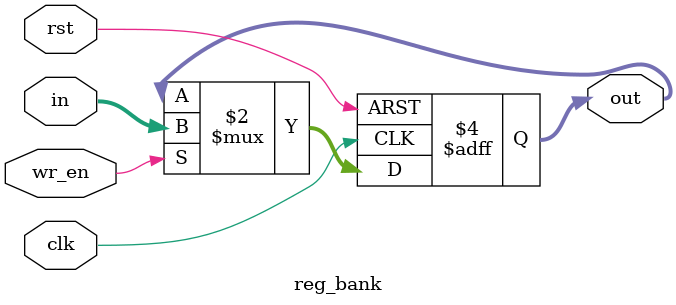
<source format=v>
module reg_bank #(
  parameter WIDTH = 8
  )(
  input clk,
  input rst,
  input wr_en,
  input [WIDTH-1:0] in,
  output reg [WIDTH-1:0] out
);

  always @(posedge clk or posedge rst) begin
    if(rst) out <= 0;
    else if(wr_en) out <= in;
  end

endmodule

</source>
